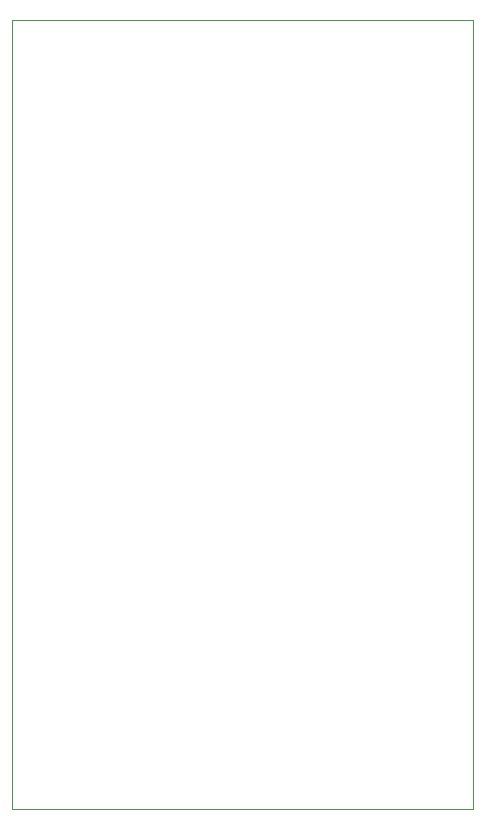
<source format=gbr>
%TF.GenerationSoftware,KiCad,Pcbnew,7.0.5-4d25ed1034~172~ubuntu22.04.1*%
%TF.CreationDate,2023-07-12T12:46:34+02:00*%
%TF.ProjectId,Chubut_2,43687562-7574-45f3-922e-6b696361645f,rev?*%
%TF.SameCoordinates,Original*%
%TF.FileFunction,Profile,NP*%
%FSLAX46Y46*%
G04 Gerber Fmt 4.6, Leading zero omitted, Abs format (unit mm)*
G04 Created by KiCad (PCBNEW 7.0.5-4d25ed1034~172~ubuntu22.04.1) date 2023-07-12 12:46:34*
%MOMM*%
%LPD*%
G01*
G04 APERTURE LIST*
%TA.AperFunction,Profile*%
%ADD10C,0.100000*%
%TD*%
G04 APERTURE END LIST*
D10*
X-19500000Y33400000D02*
X19500000Y33400000D01*
X19500000Y-33400000D01*
X-19500000Y-33400000D01*
X-19500000Y33400000D01*
M02*

</source>
